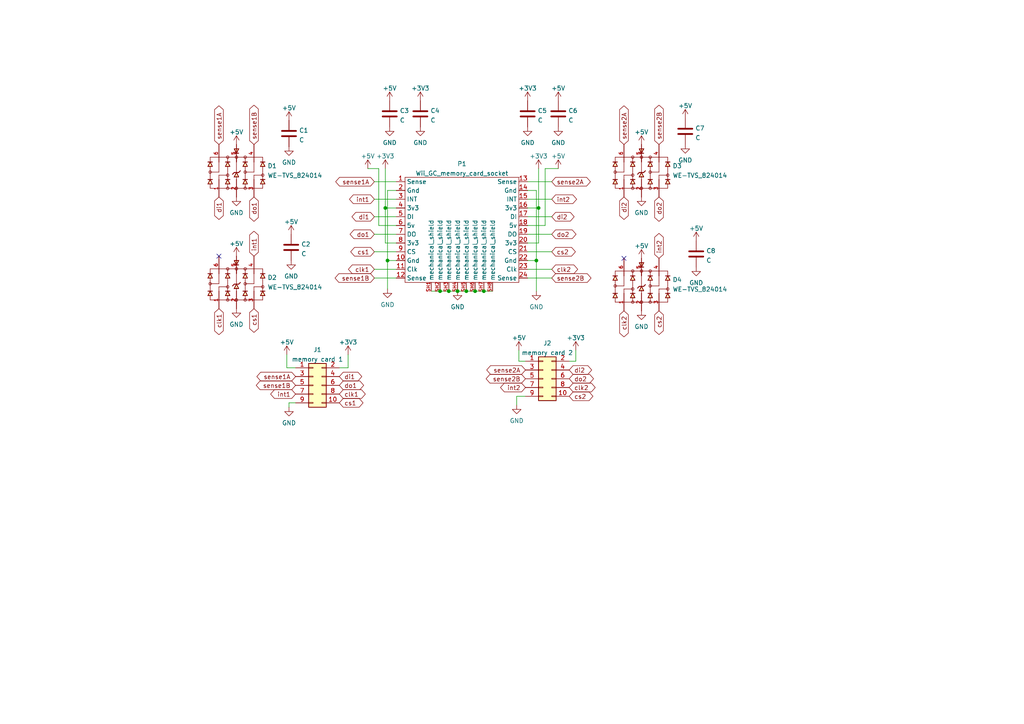
<source format=kicad_sch>
(kicad_sch (version 20211123) (generator eeschema)
  (paper "A4")
  (lib_symbols
    (symbol "Connector_Generic:Conn_02x05_Odd_Even" (pin_names (offset 1.016) hide)
      (property "Reference" "J" (at 1.27 7.62 0))
      (property "Value" "Conn_02x05_Odd_Even" (at 1.27 -7.62 0))
      (symbol "Conn_02x05_Odd_Even_1_1"
        (rectangle (start -1.27 -4.953) (end 0 -5.207) (stroke (width 0.1524)))
        (rectangle (start -1.27 -2.413) (end 0 -2.667) (stroke (width 0.1524)))
        (rectangle (start -1.27 0.127) (end 0 -0.127) (stroke (width 0.1524)))
        (rectangle (start -1.27 2.667) (end 0 2.413) (stroke (width 0.1524)))
        (rectangle (start -1.27 5.207) (end 0 4.953) (stroke (width 0.1524)))
        (rectangle (start -1.27 6.35) (end 3.81 -6.35) (stroke (width 0.254)) (fill (type background)))
        (rectangle (start 3.81 -4.953) (end 2.54 -5.207) (stroke (width 0.1524)))
        (rectangle (start 3.81 -2.413) (end 2.54 -2.667) (stroke (width 0.1524)))
        (rectangle (start 3.81 0.127) (end 2.54 -0.127) (stroke (width 0.1524)))
        (rectangle (start 3.81 2.667) (end 2.54 2.413) (stroke (width 0.1524)))
        (rectangle (start 3.81 5.207) (end 2.54 4.953) (stroke (width 0.1524)))
        (pin passive line (at -5.08 5.08 0) (length 3.81) (name "Pin_1") (number "1"))
        (pin passive line (at 7.62 -5.08 180) (length 3.81) (name "Pin_10") (number "10"))
        (pin passive line (at 7.62 5.08 180) (length 3.81) (name "Pin_2") (number "2"))
        (pin passive line (at -5.08 2.54 0) (length 3.81) (name "Pin_3") (number "3"))
        (pin passive line (at 7.62 2.54 180) (length 3.81) (name "Pin_4") (number "4"))
        (pin passive line (at -5.08 0 0) (length 3.81) (name "Pin_5") (number "5"))
        (pin passive line (at 7.62 0 180) (length 3.81) (name "Pin_6") (number "6"))
        (pin passive line (at -5.08 -2.54 0) (length 3.81) (name "Pin_7") (number "7"))
        (pin passive line (at 7.62 -2.54 180) (length 3.81) (name "Pin_8") (number "8"))
        (pin passive line (at -5.08 -5.08 0) (length 3.81) (name "Pin_9") (number "9"))
      )
    )
    (symbol "Device:C" (pin_numbers hide) (pin_names (offset 0.254))
      (property "Reference" "C" (at 0.635 2.54 0))
      (property "Value" "C" (at 0.635 -2.54 0))
      (symbol "C_0_1"
        (polyline (pts (xy -2.032 -0.762) (xy 2.032 -0.762)) (stroke (width 0.508)))
        (polyline (pts (xy -2.032 0.762) (xy 2.032 0.762)) (stroke (width 0.508)))
      )
      (symbol "C_1_1"
        (pin passive line (at 0 3.81 270) (length 2.794) (name "~") (number "1"))
        (pin passive line (at 0 -3.81 90) (length 2.794) (name "~") (number "2"))
      )
    )
    (symbol "Evan's misc parts:WE-TVS_824014" (pin_names (offset 1.016) hide)
      (property "Reference" "D" (at -10.16 -5.08 90))
      (property "Value" "WE-TVS_824014" (at 12.7 -5.08 90))
      (symbol "WE-TVS_824014_0_0"
        (circle (center -7.62 -0.381) (radius 0.381))
        (circle (center -2.54 -5.08) (radius 0.381))
        (circle (center -2.54 -1.27) (radius 0.381))
        (circle (center -2.54 3.937) (radius 0.381))
        (circle (center 0 -5.08) (radius 0.381))
        (polyline (pts (xy -8.255 -2.54) (xy -6.985 -2.54)) (stroke (width 0.254)))
        (polyline (pts (xy -8.255 2.54) (xy -6.985 2.54)) (stroke (width 0.254)))
        (polyline (pts (xy -7.62 -5.08) (xy -7.62 -3.81)) (stroke (width 0.1524)))
        (polyline (pts (xy -7.62 -5.08) (xy -2.54 -5.08)) (stroke (width 0.1524)))
        (polyline (pts (xy -7.62 -0.381) (xy -7.62 -2.413)) (stroke (width 0.1524)))
        (polyline (pts (xy -7.62 -0.381) (xy -5.08 -0.381)) (stroke (width 0.1524)))
        (polyline (pts (xy -7.62 1.27) (xy -7.62 -0.381)) (stroke (width 0.1524)))
        (polyline (pts (xy -7.62 2.667) (xy -7.62 3.937)) (stroke (width 0.1524)))
        (polyline (pts (xy -7.62 3.937) (xy -2.54 3.937)) (stroke (width 0.1524)))
        (polyline (pts (xy -5.08 -1.27) (xy -5.08 -2.54)) (stroke (width 0.1524)))
        (polyline (pts (xy -5.08 -0.381) (xy -5.08 2.54)) (stroke (width 0.1524)))
        (polyline (pts (xy -3.175 -2.54) (xy -1.905 -2.54)) (stroke (width 0.254)))
        (polyline (pts (xy -3.175 2.54) (xy -1.905 2.54)) (stroke (width 0.254)))
        (polyline (pts (xy -2.54 -5.08) (xy -2.54 -3.81)) (stroke (width 0.1524)))
        (polyline (pts (xy -2.54 -5.08) (xy 2.54 -5.08)) (stroke (width 0.1524)))
        (polyline (pts (xy -2.54 -1.27) (xy -5.08 -1.27)) (stroke (width 0.1524)))
        (polyline (pts (xy -2.54 -1.27) (xy -2.54 -2.413)) (stroke (width 0.1524)))
        (polyline (pts (xy -2.54 1.27) (xy -2.54 -1.27)) (stroke (width 0.1524)))
        (polyline (pts (xy -2.54 3.937) (xy -2.54 2.667)) (stroke (width 0.1524)))
        (polyline (pts (xy -2.54 3.937) (xy 0 3.937)) (stroke (width 0.1524)))
        (polyline (pts (xy -0.635 -0.508) (xy -1.143 -1.016)) (stroke (width 0.254)))
        (polyline (pts (xy -0.635 -0.508) (xy 0 -0.508)) (stroke (width 0.254)))
        (polyline (pts (xy 0 -2.54) (xy 0 -1.524)) (stroke (width 0.1524)))
        (polyline (pts (xy 0 -0.508) (xy 0.635 -0.508)) (stroke (width 0.254)))
        (polyline (pts (xy 0 3.937) (xy 0 -0.508)) (stroke (width 0.1524)))
        (polyline (pts (xy 0 3.937) (xy 2.54 3.937)) (stroke (width 0.1524)))
        (polyline (pts (xy 0.635 -0.508) (xy 1.143 0)) (stroke (width 0.254)))
        (polyline (pts (xy 0.635 5.08) (xy -0.635 5.08)) (stroke (width 0.254)))
        (polyline (pts (xy 1.905 -2.54) (xy 3.175 -2.54)) (stroke (width 0.254)))
        (polyline (pts (xy 1.905 2.54) (xy 3.175 2.54)) (stroke (width 0.254)))
        (polyline (pts (xy 2.54 -5.08) (xy 7.62 -5.08)) (stroke (width 0.1524)))
        (polyline (pts (xy 2.54 -3.81) (xy 2.54 -5.08)) (stroke (width 0.1524)))
        (polyline (pts (xy 2.54 -0.381) (xy 2.54 -2.413)) (stroke (width 0.1524)))
        (polyline (pts (xy 2.54 -0.381) (xy 5.08 -0.381)) (stroke (width 0.1524)))
        (polyline (pts (xy 2.54 1.27) (xy 2.54 -0.381)) (stroke (width 0.1524)))
        (polyline (pts (xy 2.54 3.937) (xy 2.54 2.667)) (stroke (width 0.1524)))
        (polyline (pts (xy 2.54 3.937) (xy 7.62 3.937)) (stroke (width 0.1524)))
        (polyline (pts (xy 5.08 -1.27) (xy 5.08 -2.54)) (stroke (width 0.1524)))
        (polyline (pts (xy 5.08 -0.381) (xy 5.08 2.54)) (stroke (width 0.1524)))
        (polyline (pts (xy 6.985 -2.54) (xy 8.255 -2.54)) (stroke (width 0.254)))
        (polyline (pts (xy 6.985 2.54) (xy 8.255 2.54)) (stroke (width 0.254)))
        (polyline (pts (xy 7.62 -5.08) (xy 7.62 -3.81)) (stroke (width 0.1524)))
        (polyline (pts (xy 7.62 -1.27) (xy 5.08 -1.27)) (stroke (width 0.1524)))
        (polyline (pts (xy 7.62 -1.27) (xy 7.62 -2.413)) (stroke (width 0.1524)))
        (polyline (pts (xy 7.62 1.27) (xy 7.62 -1.27)) (stroke (width 0.1524)))
        (polyline (pts (xy 7.62 2.667) (xy 7.62 3.937)) (stroke (width 0.1524)))
        (polyline (pts (xy -8.255 -3.81) (xy -7.62 -2.54) (xy -6.985 -3.81) (xy -8.255 -3.81)) (stroke (width 0.254)) (fill (type background)))
        (polyline (pts (xy -8.255 1.27) (xy -7.62 2.54) (xy -6.985 1.27) (xy -8.255 1.27)) (stroke (width 0.254)) (fill (type background)))
        (polyline (pts (xy -3.175 -3.81) (xy -2.54 -2.54) (xy -1.905 -3.81) (xy -3.175 -3.81)) (stroke (width 0.254)) (fill (type background)))
        (polyline (pts (xy -3.175 1.27) (xy -2.54 2.54) (xy -1.905 1.27) (xy -3.175 1.27)) (stroke (width 0.254)) (fill (type background)))
        (polyline (pts (xy -0.635 -1.778) (xy 0 -0.508) (xy 0.635 -1.778) (xy -0.635 -1.778)) (stroke (width 0.254)) (fill (type background)))
        (polyline (pts (xy 0.635 6.35) (xy 0 5.08) (xy -0.635 6.35) (xy 0.635 6.35)) (stroke (width 0.254)) (fill (type background)))
        (polyline (pts (xy 1.905 -3.81) (xy 2.54 -2.54) (xy 3.175 -3.81) (xy 1.905 -3.81)) (stroke (width 0.254)) (fill (type background)))
        (polyline (pts (xy 1.905 1.27) (xy 2.54 2.54) (xy 3.175 1.27) (xy 1.905 1.27)) (stroke (width 0.254)) (fill (type background)))
        (polyline (pts (xy 6.985 -3.81) (xy 7.62 -2.54) (xy 8.255 -3.81) (xy 6.985 -3.81)) (stroke (width 0.254)) (fill (type background)))
        (polyline (pts (xy 6.985 1.27) (xy 7.62 2.54) (xy 8.255 1.27) (xy 6.985 1.27)) (stroke (width 0.254)) (fill (type background)))
        (circle (center 0 3.937) (radius 0.381))
        (circle (center 2.54 -5.08) (radius 0.381))
        (circle (center 2.54 -0.381) (radius 0.381))
        (circle (center 2.54 3.937) (radius 0.381))
        (circle (center 7.62 -1.27) (radius 0.381))
        (pin passive line (at -5.08 -7.62 90) (length 5.08) (name "~") (number "1"))
        (pin power_in line (at 0 -7.62 90) (length 5.08) (name "~") (number "2"))
        (pin passive line (at 5.08 -7.62 90) (length 5.08) (name "~") (number "3"))
        (pin passive line (at 5.08 7.62 270) (length 5.08) (name "~") (number "4"))
        (pin power_in line (at 0 7.62 270) (length 5.08) (name "~") (number "5"))
        (pin passive line (at -5.08 7.62 270) (length 5.08) (name "~") (number "6"))
      )
    )
    (symbol "Evan's misc parts:Wii_GC_memory_card_socket"
      (property "Reference" "P" (at 15.875 -4.445 0))
      (property "Value" "Wii_GC_memory_card_socket" (at 18.415 2.54 0))
      (symbol "Wii_GC_memory_card_socket_0_1"
        (rectangle (start 2.54 1.27) (end 35.56 -29.21) (stroke (width 0.1524)))
      )
      (symbol "Wii_GC_memory_card_socket_1_1"
        (pin bidirectional line (at 0 0 0) (length 2.54) (name "Sense") (number "1"))
        (pin power_in line (at 0 -22.86 0) (length 2.54) (name "Gnd") (number "10"))
        (pin input line (at 0 -25.4 0) (length 2.54) (name "Clk") (number "11"))
        (pin bidirectional line (at 0 -27.94 0) (length 2.54) (name "Sense") (number "12"))
        (pin bidirectional line (at 38.1 0 180) (length 2.54) (name "Sense") (number "13"))
        (pin power_in line (at 38.1 -2.54 180) (length 2.54) (name "Gnd") (number "14"))
        (pin output line (at 38.1 -5.08 180) (length 2.54) (name "INT") (number "15"))
        (pin power_in line (at 38.1 -7.62 180) (length 2.54) (name "3v3") (number "16"))
        (pin input line (at 38.1 -10.16 180) (length 2.54) (name "DI") (number "17"))
        (pin power_in line (at 38.1 -12.7 180) (length 2.54) (name "5v") (number "18"))
        (pin output line (at 38.1 -15.24 180) (length 2.54) (name "DO") (number "19"))
        (pin power_in line (at 0 -2.54 0) (length 2.54) (name "Gnd") (number "2"))
        (pin power_in line (at 38.1 -17.78 180) (length 2.54) (name "3v3") (number "20"))
        (pin input line (at 38.1 -20.32 180) (length 2.54) (name "CS") (number "21"))
        (pin power_in line (at 38.1 -22.86 180) (length 2.54) (name "Gnd") (number "22"))
        (pin input line (at 38.1 -25.4 180) (length 2.54) (name "Clk") (number "23"))
        (pin bidirectional line (at 38.1 -27.94 180) (length 2.54) (name "Sense") (number "24"))
        (pin output line (at 0 -5.08 0) (length 2.54) (name "INT") (number "3"))
        (pin power_in line (at 0 -7.62 0) (length 2.54) (name "3v3") (number "4"))
        (pin input line (at 0 -10.16 0) (length 2.54) (name "DI") (number "5"))
        (pin power_in line (at 0 -12.7 0) (length 2.54) (name "5v") (number "6"))
        (pin output line (at 0 -15.24 0) (length 2.54) (name "DO") (number "7"))
        (pin power_in line (at 0 -17.78 0) (length 2.54) (name "3v3") (number "8"))
        (pin input line (at 0 -20.32 0) (length 2.54) (name "CS") (number "9"))
        (pin passive line (at 10.16 -31.75 90) (length 2.54) (name "mechanical_shield") (number "SH1"))
        (pin passive line (at 12.7 -31.75 90) (length 2.54) (name "mechanical_shield") (number "SH2"))
        (pin passive line (at 15.24 -31.75 90) (length 2.54) (name "mechanical_shield") (number "SH3"))
        (pin passive line (at 17.78 -31.75 90) (length 2.54) (name "mechanical_shield") (number "SH4"))
        (pin passive line (at 20.32 -31.75 90) (length 2.54) (name "mechanical_shield") (number "SH5"))
        (pin passive line (at 22.86 -31.75 90) (length 2.54) (name "mechanical_shield") (number "SH6"))
        (pin passive line (at 25.4 -31.75 90) (length 2.54) (name "mechanical_shield") (number "SH7"))
        (pin passive line (at 27.94 -31.75 90) (length 2.54) (name "mechanical_shield") (number "SH8"))
      )
    )
    (symbol "power:+3.3V" (power) (pin_names (offset 0))
      (property "Value" "+3.3V" (at 0 3.556 0))
      (symbol "+3.3V_0_1"
        (polyline (pts (xy -0.762 1.27) (xy 0 2.54)))
        (polyline (pts (xy 0 0) (xy 0 2.54)))
        (polyline (pts (xy 0 2.54) (xy 0.762 1.27)))
      )
      (symbol "+3.3V_1_1"
        (pin power_in line (at 0 0 90) (length 0) hide (name "+3V3") (number "1"))
      )
    )
    (symbol "power:+5V" (power) (pin_names (offset 0))
      (property "Value" "+5V" (at 0 3.556 0))
      (symbol "+5V_0_1"
        (polyline (pts (xy -0.762 1.27) (xy 0 2.54)))
        (polyline (pts (xy 0 0) (xy 0 2.54)))
        (polyline (pts (xy 0 2.54) (xy 0.762 1.27)))
      )
      (symbol "+5V_1_1"
        (pin power_in line (at 0 0 90) (length 0) hide (name "+5V") (number "1"))
      )
    )
    (symbol "power:GND" (power) (pin_names (offset 0))
      (property "Value" "GND" (at 0 -3.81 0))
      (symbol "GND_0_1"
        (polyline (pts (xy 0 0) (xy 0 -1.27) (xy 1.27 -1.27) (xy 0 -2.54) (xy -1.27 -1.27) (xy 0 -1.27)))
      )
      (symbol "GND_1_1"
        (pin power_in line (at 0 0 270) (length 0) hide (name "GND") (number "1"))
      )
    )
  )
  (junction (at 156.21 60.325))
  (junction (at 155.575 75.565))
  (junction (at 130.175 84.455))
  (junction (at 135.255 84.455))
  (junction (at 111.76 60.325))
  (junction (at 127.635 84.455))
  (junction (at 132.715 84.455))
  (junction (at 137.795 84.455))
  (junction (at 140.335 84.455))
  (junction (at 112.395 75.565))
  (no_connect (at 180.975 74.93))
  (no_connect (at 63.5 74.295))
  (wire (pts (xy 153.035 67.945) (xy 160.02 67.945)))
  (wire (pts (xy 125.095 84.455) (xy 127.635 84.455)))
  (wire (pts (xy 130.175 84.455) (xy 132.715 84.455)))
  (wire (pts (xy 158.115 65.405) (xy 153.035 65.405)))
  (wire (pts (xy 153.035 60.325) (xy 156.21 60.325)))
  (wire (pts (xy 153.035 55.245) (xy 155.575 55.245)))
  (wire (pts (xy 153.035 70.485) (xy 156.21 70.485)))
  (wire (pts (xy 109.855 48.895) (xy 106.68 48.895)))
  (wire (pts (xy 83.185 106.68) (xy 85.725 106.68)))
  (wire (pts (xy 135.255 84.455) (xy 137.795 84.455)))
  (wire (pts (xy 98.425 106.68) (xy 100.965 106.68)))
  (wire (pts (xy 112.395 75.565) (xy 112.395 83.82)))
  (wire (pts (xy 155.575 75.565) (xy 155.575 84.455)))
  (wire (pts (xy 109.855 65.405) (xy 114.935 65.405)))
  (wire (pts (xy 149.86 117.475) (xy 149.86 114.935)))
  (wire (pts (xy 108.585 62.865) (xy 114.935 62.865)))
  (wire (pts (xy 158.115 48.895) (xy 161.925 48.895)))
  (wire (pts (xy 140.335 84.455) (xy 142.875 84.455)))
  (wire (pts (xy 153.035 62.865) (xy 160.02 62.865)))
  (wire (pts (xy 108.585 73.025) (xy 114.935 73.025)))
  (wire (pts (xy 108.585 67.945) (xy 114.935 67.945)))
  (wire (pts (xy 83.82 118.11) (xy 83.82 116.84)))
  (wire (pts (xy 156.21 70.485) (xy 156.21 60.325)))
  (wire (pts (xy 137.795 84.455) (xy 140.335 84.455)))
  (wire (pts (xy 109.855 48.895) (xy 109.855 65.405)))
  (wire (pts (xy 167.005 104.775) (xy 167.005 101.6)))
  (wire (pts (xy 132.715 84.455) (xy 135.255 84.455)))
  (wire (pts (xy 112.395 75.565) (xy 112.395 55.245)))
  (wire (pts (xy 150.495 104.775) (xy 152.4 104.775)))
  (wire (pts (xy 153.035 78.105) (xy 160.02 78.105)))
  (wire (pts (xy 108.585 78.105) (xy 114.935 78.105)))
  (wire (pts (xy 114.935 70.485) (xy 111.76 70.485)))
  (wire (pts (xy 153.035 80.645) (xy 160.02 80.645)))
  (wire (pts (xy 83.185 106.68) (xy 83.185 102.87)))
  (wire (pts (xy 153.035 57.785) (xy 160.02 57.785)))
  (wire (pts (xy 108.585 52.705) (xy 114.935 52.705)))
  (wire (pts (xy 108.585 80.645) (xy 114.935 80.645)))
  (wire (pts (xy 112.395 55.245) (xy 114.935 55.245)))
  (wire (pts (xy 158.115 48.895) (xy 158.115 65.405)))
  (wire (pts (xy 156.21 60.325) (xy 156.21 48.895)))
  (wire (pts (xy 153.035 73.025) (xy 160.02 73.025)))
  (wire (pts (xy 111.76 48.895) (xy 111.76 60.325)))
  (wire (pts (xy 111.76 70.485) (xy 111.76 60.325)))
  (wire (pts (xy 100.965 106.68) (xy 100.965 102.87)))
  (wire (pts (xy 155.575 55.245) (xy 155.575 75.565)))
  (wire (pts (xy 149.86 114.935) (xy 152.4 114.935)))
  (wire (pts (xy 165.1 104.775) (xy 167.005 104.775)))
  (wire (pts (xy 153.035 52.705) (xy 160.02 52.705)))
  (wire (pts (xy 112.395 75.565) (xy 114.935 75.565)))
  (wire (pts (xy 150.495 101.6) (xy 150.495 104.775)))
  (wire (pts (xy 153.035 75.565) (xy 155.575 75.565)))
  (wire (pts (xy 127.635 84.455) (xy 130.175 84.455)))
  (wire (pts (xy 108.585 57.785) (xy 114.935 57.785)))
  (wire (pts (xy 83.82 116.84) (xy 85.725 116.84)))
  (wire (pts (xy 111.76 60.325) (xy 114.935 60.325)))
  (global_label "int2" (shape bidirectional) (at 191.135 74.93 90) (property "Intersheet References" "${INTERSHEET_REFS}" (effects hide)))
  (global_label "sense2A" (shape bidirectional) (at 180.975 41.91 90) (property "Intersheet References" "${INTERSHEET_REFS}" (effects hide)))
  (global_label "int2" (shape bidirectional) (at 160.02 57.785 0) (property "Intersheet References" "${INTERSHEET_REFS}" (effects hide)))
  (global_label "sense1B" (shape bidirectional) (at 85.725 111.76 180) (property "Intersheet References" "${INTERSHEET_REFS}" (effects hide)))
  (global_label "do2" (shape bidirectional) (at 160.02 67.945 0) (property "Intersheet References" "${INTERSHEET_REFS}" (effects hide)))
  (global_label "cs1" (shape bidirectional) (at 73.66 89.535 270) (property "Intersheet References" "${INTERSHEET_REFS}" (effects hide)))
  (global_label "sense1B" (shape bidirectional) (at 108.585 80.645 180) (property "Intersheet References" "${INTERSHEET_REFS}" (effects hide)))
  (global_label "clk2" (shape bidirectional) (at 160.02 78.105 0) (property "Intersheet References" "${INTERSHEET_REFS}" (effects hide)))
  (global_label "cs2" (shape bidirectional) (at 191.135 90.17 270) (property "Intersheet References" "${INTERSHEET_REFS}" (effects hide)))
  (global_label "do1" (shape bidirectional) (at 98.425 111.76 0) (property "Intersheet References" "${INTERSHEET_REFS}" (effects hide)))
  (global_label "sense2A" (shape bidirectional) (at 152.4 107.315 180) (property "Intersheet References" "${INTERSHEET_REFS}" (effects hide)))
  (global_label "di1" (shape bidirectional) (at 108.585 62.865 180) (property "Intersheet References" "${INTERSHEET_REFS}" (effects hide)))
  (global_label "clk1" (shape bidirectional) (at 63.5 89.535 270) (property "Intersheet References" "${INTERSHEET_REFS}" (effects hide)))
  (global_label "do1" (shape bidirectional) (at 108.585 67.945 180) (property "Intersheet References" "${INTERSHEET_REFS}" (effects hide)))
  (global_label "cs1" (shape bidirectional) (at 108.585 73.025 180) (property "Intersheet References" "${INTERSHEET_REFS}" (effects hide)))
  (global_label "sense2B" (shape bidirectional) (at 191.135 41.91 90) (property "Intersheet References" "${INTERSHEET_REFS}" (effects hide)))
  (global_label "di2" (shape bidirectional) (at 180.975 57.15 270) (property "Intersheet References" "${INTERSHEET_REFS}" (effects hide)))
  (global_label "di1" (shape bidirectional) (at 98.425 109.22 0) (property "Intersheet References" "${INTERSHEET_REFS}" (effects hide)))
  (global_label "int1" (shape bidirectional) (at 73.66 74.295 90) (property "Intersheet References" "${INTERSHEET_REFS}" (effects hide)))
  (global_label "clk2" (shape bidirectional) (at 180.975 90.17 270) (property "Intersheet References" "${INTERSHEET_REFS}" (effects hide)))
  (global_label "int2" (shape bidirectional) (at 152.4 112.395 180) (property "Intersheet References" "${INTERSHEET_REFS}" (effects hide)))
  (global_label "sense2B" (shape bidirectional) (at 152.4 109.855 180) (property "Intersheet References" "${INTERSHEET_REFS}" (effects hide)))
  (global_label "int1" (shape bidirectional) (at 85.725 114.3 180) (property "Intersheet References" "${INTERSHEET_REFS}" (effects hide)))
  (global_label "sense1A" (shape bidirectional) (at 85.725 109.22 180) (property "Intersheet References" "${INTERSHEET_REFS}" (effects hide)))
  (global_label "do1" (shape bidirectional) (at 73.66 57.15 270) (property "Intersheet References" "${INTERSHEET_REFS}" (effects hide)))
  (global_label "clk1" (shape bidirectional) (at 108.585 78.105 180) (property "Intersheet References" "${INTERSHEET_REFS}" (effects hide)))
  (global_label "clk1" (shape bidirectional) (at 98.425 114.3 0) (property "Intersheet References" "${INTERSHEET_REFS}" (effects hide)))
  (global_label "sense2A" (shape bidirectional) (at 160.02 52.705 0) (property "Intersheet References" "${INTERSHEET_REFS}" (effects hide)))
  (global_label "do2" (shape bidirectional) (at 191.135 57.15 270) (property "Intersheet References" "${INTERSHEET_REFS}" (effects hide)))
  (global_label "di2" (shape bidirectional) (at 160.02 62.865 0) (property "Intersheet References" "${INTERSHEET_REFS}" (effects hide)))
  (global_label "sense1B" (shape bidirectional) (at 73.66 41.91 90) (property "Intersheet References" "${INTERSHEET_REFS}" (effects hide)))
  (global_label "cs2" (shape bidirectional) (at 160.02 73.025 0) (property "Intersheet References" "${INTERSHEET_REFS}" (effects hide)))
  (global_label "cs1" (shape bidirectional) (at 98.425 116.84 0) (property "Intersheet References" "${INTERSHEET_REFS}" (effects hide)))
  (global_label "sense2B" (shape bidirectional) (at 160.02 80.645 0) (property "Intersheet References" "${INTERSHEET_REFS}" (effects hide)))
  (global_label "clk2" (shape bidirectional) (at 165.1 112.395 0) (property "Intersheet References" "${INTERSHEET_REFS}" (effects hide)))
  (global_label "sense1A" (shape bidirectional) (at 63.5 41.91 90) (property "Intersheet References" "${INTERSHEET_REFS}" (effects hide)))
  (global_label "cs2" (shape bidirectional) (at 165.1 114.935 0) (property "Intersheet References" "${INTERSHEET_REFS}" (effects hide)))
  (global_label "di1" (shape bidirectional) (at 63.5 57.15 270) (property "Intersheet References" "${INTERSHEET_REFS}" (effects hide)))
  (global_label "do2" (shape bidirectional) (at 165.1 109.855 0) (property "Intersheet References" "${INTERSHEET_REFS}" (effects hide)))
  (global_label "di2" (shape bidirectional) (at 165.1 107.315 0) (property "Intersheet References" "${INTERSHEET_REFS}" (effects hide)))
  (global_label "int1" (shape bidirectional) (at 108.585 57.785 180) (property "Intersheet References" "${INTERSHEET_REFS}" (effects hide)))
  (global_label "sense1A" (shape bidirectional) (at 108.585 52.705 180) (property "Intersheet References" "${INTERSHEET_REFS}" (effects hide)))
  (symbol (lib_id "power:+3.3V") (at 121.92 29.21 0) (unit 1)
    (property "Reference" "#PWR0122" (effects hide))
    (property "Value" "+3.3V" (at 121.92 25.6055 0))
  )
  (symbol (lib_id "Device:C") (at 161.925 33.02 0) (unit 1)
    (property "Reference" "C6" (at 164.846 32.1115 0) (effects (justify left)))
    (property "Value" "C" (at 164.846 34.8866 0) (effects (justify left)))
    (property "Footprint" "Capacitor_SMD:C_0603_1608Metric" (effects hide))
  )
  (symbol (lib_id "Evan's misc parts:WE-TVS_824014") (at 68.58 81.915 0) (unit 1)
    (property "Reference" "D2" (at 77.597 80.4985 0) (effects (justify left)))
    (property "Value" "WE-TVS_824014" (at 77.597 83.2736 0) (effects (justify left)))
    (property "Footprint" "Evan's misc parts:WE-TVS_SOT23-6L" (effects hide))
  )
  (symbol (lib_id "power:+5V") (at 68.58 74.295 0) (unit 1)
    (property "Reference" "#PWR0115" (effects hide))
    (property "Value" "+5V" (at 68.58 70.6905 0))
  )
  (symbol (lib_id "Evan's misc parts:WE-TVS_824014") (at 186.055 82.55 0) (unit 1)
    (property "Reference" "D4" (at 195.072 81.1335 0) (effects (justify left)))
    (property "Value" "WE-TVS_824014" (at 195.072 83.9086 0) (effects (justify left)))
    (property "Footprint" "Evan's misc parts:WE-TVS_SOT23-6L" (effects hide))
  )
  (symbol (lib_id "power:GND") (at 84.455 75.565 0) (unit 1)
    (property "Reference" "#PWR0129" (effects hide))
    (property "Value" "GND" (at 84.455 80.1275 0))
  )
  (symbol (lib_id "Evan's misc parts:WE-TVS_824014") (at 68.58 49.53 0) (unit 1)
    (property "Reference" "D1" (at 77.597 48.1135 0) (effects (justify left)))
    (property "Value" "WE-TVS_824014" (at 77.597 50.8886 0) (effects (justify left)))
    (property "Footprint" "Evan's misc parts:WE-TVS_SOT23-6L" (effects hide))
  )
  (symbol (lib_id "power:GND") (at 68.58 57.15 0) (unit 1)
    (property "Reference" "#PWR0113" (effects hide))
    (property "Value" "GND" (at 68.58 61.7125 0))
  )
  (symbol (lib_id "power:+5V") (at 84.455 67.945 0) (unit 1)
    (property "Reference" "#PWR0112" (effects hide))
    (property "Value" "+5V" (at 84.455 64.3405 0))
  )
  (symbol (lib_id "Device:C") (at 121.92 33.02 0) (unit 1)
    (property "Reference" "C4" (at 124.841 32.1115 0) (effects (justify left)))
    (property "Value" "C" (at 124.841 34.8866 0) (effects (justify left)))
    (property "Footprint" "Capacitor_SMD:C_0603_1608Metric" (effects hide))
  )
  (symbol (lib_id "power:GND") (at 201.93 77.47 0) (unit 1)
    (property "Reference" "#PWR0133" (effects hide))
    (property "Value" "GND" (at 201.93 82.0325 0))
  )
  (symbol (lib_id "power:+3.3V") (at 111.76 48.895 0) (unit 1)
    (property "Reference" "#PWR0107" (effects hide))
    (property "Value" "+3.3V" (at 111.76 45.2905 0))
  )
  (symbol (lib_id "power:GND") (at 186.055 57.15 0) (unit 1)
    (property "Reference" "#PWR0137" (effects hide))
    (property "Value" "GND" (at 186.055 61.7125 0))
  )
  (symbol (lib_id "power:GND") (at 198.755 41.91 0) (unit 1)
    (property "Reference" "#PWR0136" (effects hide))
    (property "Value" "GND" (at 198.755 46.4725 0))
  )
  (symbol (lib_id "power:GND") (at 132.715 84.455 0) (unit 1)
    (property "Reference" "#PWR0101" (effects hide))
    (property "Value" "GND" (at 132.715 89.0175 0))
  )
  (symbol (lib_id "power:+3.3V") (at 153.035 29.21 0) (unit 1)
    (property "Reference" "#PWR0120" (effects hide))
    (property "Value" "+3.3V" (at 153.035 25.6055 0))
  )
  (symbol (lib_id "power:+5V") (at 83.82 34.925 0) (unit 1)
    (property "Reference" "#PWR0110" (effects hide))
    (property "Value" "+5V" (at 83.82 31.3205 0))
  )
  (symbol (lib_id "power:GND") (at 155.575 84.455 0) (unit 1)
    (property "Reference" "#PWR0104" (effects hide))
    (property "Value" "GND" (at 155.575 89.0175 0))
  )
  (symbol (lib_id "power:+5V") (at 150.495 101.6 0) (unit 1)
    (property "Reference" "#PWR0106" (effects hide))
    (property "Value" "+5V" (at 150.495 97.9955 0))
  )
  (symbol (lib_id "Device:C") (at 83.82 38.735 0) (unit 1)
    (property "Reference" "C1" (at 86.741 37.8265 0) (effects (justify left)))
    (property "Value" "C" (at 86.741 40.6016 0) (effects (justify left)))
    (property "Footprint" "Capacitor_SMD:C_0603_1608Metric" (effects hide))
  )
  (symbol (lib_id "power:+5V") (at 106.68 48.895 0) (unit 1)
    (property "Reference" "#PWR0108" (effects hide))
    (property "Value" "+5V" (at 106.68 45.2905 0))
  )
  (symbol (lib_id "power:GND") (at 186.055 90.17 0) (unit 1)
    (property "Reference" "#PWR0102" (effects hide))
    (property "Value" "GND" (at 186.055 94.7325 0))
  )
  (symbol (lib_id "power:+5V") (at 161.925 48.895 0) (unit 1)
    (property "Reference" "#PWR0116" (effects hide))
    (property "Value" "+5V" (at 161.925 45.2905 0))
  )
  (symbol (lib_id "power:GND") (at 68.58 89.535 0) (unit 1)
    (property "Reference" "#PWR0130" (effects hide))
    (property "Value" "GND" (at 68.58 94.0975 0))
  )
  (symbol (lib_id "power:GND") (at 149.86 117.475 0) (unit 1)
    (property "Reference" "#PWR0103" (effects hide))
    (property "Value" "GND" (at 149.86 122.0375 0))
  )
  (symbol (lib_id "power:+5V") (at 113.03 29.21 0) (unit 1)
    (property "Reference" "#PWR0123" (effects hide))
    (property "Value" "+5V" (at 113.03 25.6055 0))
  )
  (symbol (lib_id "Device:C") (at 153.035 33.02 0) (unit 1)
    (property "Reference" "C5" (at 155.956 32.1115 0) (effects (justify left)))
    (property "Value" "C" (at 155.956 34.8866 0) (effects (justify left)))
    (property "Footprint" "Capacitor_SMD:C_0603_1608Metric" (effects hide))
  )
  (symbol (lib_id "Evan's misc parts:Wii_GC_memory_card_socket") (at 114.935 52.705 0) (unit 1)
    (property "Reference" "P1" (at 133.985 47.5193 0))
    (property "Value" "Wii_GC_memory_card_socket" (at 133.985 50.2944 0))
    (property "Footprint" "Evan's misc parts:Wii GC memory card socket" (effects hide))
  )
  (symbol (lib_id "power:+5V") (at 198.755 34.29 0) (unit 1)
    (property "Reference" "#PWR0132" (effects hide))
    (property "Value" "+5V" (at 198.755 30.6855 0))
  )
  (symbol (lib_id "Device:C") (at 84.455 71.755 0) (unit 1)
    (property "Reference" "C2" (at 87.376 70.8465 0) (effects (justify left)))
    (property "Value" "C" (at 87.376 73.6216 0) (effects (justify left)))
    (property "Footprint" "Capacitor_SMD:C_0603_1608Metric" (effects hide))
  )
  (symbol (lib_id "Device:C") (at 201.93 73.66 0) (unit 1)
    (property "Reference" "C8" (at 204.851 72.7515 0) (effects (justify left)))
    (property "Value" "C" (at 204.851 75.5266 0) (effects (justify left)))
    (property "Footprint" "Capacitor_SMD:C_0603_1608Metric" (effects hide))
  )
  (symbol (lib_id "power:+5V") (at 83.185 102.87 0) (unit 1)
    (property "Reference" "#PWR0127" (effects hide))
    (property "Value" "+5V" (at 83.185 99.2655 0))
  )
  (symbol (lib_id "power:+5V") (at 201.93 69.85 0) (unit 1)
    (property "Reference" "#PWR0134" (effects hide))
    (property "Value" "+5V" (at 201.93 66.2455 0))
  )
  (symbol (lib_id "Connector_Generic:Conn_02x05_Odd_Even") (at 157.48 109.855 0) (unit 1)
    (property "Reference" "J2" (at 158.75 99.5385 0))
    (property "Value" "memory card 2" (at 158.75 102.3136 0))
    (property "Footprint" "Connector_PinHeader_2.54mm:PinHeader_2x05_P2.54mm_Vertical" (effects hide))
  )
  (symbol (lib_id "power:GND") (at 112.395 83.82 0) (unit 1)
    (property "Reference" "#PWR0125" (effects hide))
    (property "Value" "GND" (at 112.395 88.3825 0))
  )
  (symbol (lib_id "Connector_Generic:Conn_02x05_Odd_Even") (at 90.805 111.76 0) (unit 1)
    (property "Reference" "J1" (at 92.075 101.4435 0))
    (property "Value" "memory card 1" (at 92.075 104.2186 0))
    (property "Footprint" "Connector_PinHeader_2.54mm:PinHeader_2x05_P2.54mm_Vertical" (effects hide))
  )
  (symbol (lib_id "power:+3.3V") (at 167.005 101.6 0) (unit 1)
    (property "Reference" "#PWR0105" (effects hide))
    (property "Value" "+3.3V" (at 167.005 97.9955 0))
  )
  (symbol (lib_id "power:+5V") (at 68.58 41.91 0) (unit 1)
    (property "Reference" "#PWR0111" (effects hide))
    (property "Value" "+5V" (at 68.58 38.3055 0))
  )
  (symbol (lib_id "power:+3.3V") (at 100.965 102.87 0) (unit 1)
    (property "Reference" "#PWR0126" (effects hide))
    (property "Value" "+3.3V" (at 100.965 99.2655 0))
  )
  (symbol (lib_id "power:GND") (at 153.035 36.83 0) (unit 1)
    (property "Reference" "#PWR0119" (effects hide))
    (property "Value" "GND" (at 153.035 41.3925 0))
  )
  (symbol (lib_id "power:+5V") (at 161.925 29.21 0) (unit 1)
    (property "Reference" "#PWR0118" (effects hide))
    (property "Value" "+5V" (at 161.925 25.6055 0))
  )
  (symbol (lib_id "power:+3.3V") (at 156.21 48.895 0) (unit 1)
    (property "Reference" "#PWR0117" (effects hide))
    (property "Value" "+3.3V" (at 156.21 45.2905 0))
  )
  (symbol (lib_id "power:GND") (at 121.92 36.83 0) (unit 1)
    (property "Reference" "#PWR0124" (effects hide))
    (property "Value" "GND" (at 121.92 41.3925 0))
  )
  (symbol (lib_id "power:GND") (at 83.82 42.545 0) (unit 1)
    (property "Reference" "#PWR0114" (effects hide))
    (property "Value" "GND" (at 83.82 47.1075 0))
  )
  (symbol (lib_id "power:+5V") (at 186.055 74.93 0) (unit 1)
    (property "Reference" "#PWR0135" (effects hide))
    (property "Value" "+5V" (at 186.055 71.3255 0))
  )
  (symbol (lib_id "power:GND") (at 161.925 36.83 0) (unit 1)
    (property "Reference" "#PWR0121" (effects hide))
    (property "Value" "GND" (at 161.925 41.3925 0))
  )
  (symbol (lib_id "Device:C") (at 113.03 33.02 0) (unit 1)
    (property "Reference" "C3" (at 115.951 32.1115 0) (effects (justify left)))
    (property "Value" "C" (at 115.951 34.8866 0) (effects (justify left)))
    (property "Footprint" "Capacitor_SMD:C_0603_1608Metric" (effects hide))
  )
  (symbol (lib_id "power:+5V") (at 186.055 41.91 0) (unit 1)
    (property "Reference" "#PWR0131" (effects hide))
    (property "Value" "+5V" (at 186.055 38.3055 0))
  )
  (symbol (lib_id "power:GND") (at 113.03 36.83 0) (unit 1)
    (property "Reference" "#PWR0109" (effects hide))
    (property "Value" "GND" (at 113.03 41.3925 0))
  )
  (symbol (lib_id "Device:C") (at 198.755 38.1 0) (unit 1)
    (property "Reference" "C7" (at 201.676 37.1915 0) (effects (justify left)))
    (property "Value" "C" (at 201.676 39.9666 0) (effects (justify left)))
    (property "Footprint" "Capacitor_SMD:C_0603_1608Metric" (effects hide))
  )
  (symbol (lib_id "power:GND") (at 83.82 118.11 0) (unit 1)
    (property "Reference" "#PWR0128" (effects hide))
    (property "Value" "GND" (at 83.82 122.6725 0))
  )
  (symbol (lib_id "Evan's misc parts:WE-TVS_824014") (at 186.055 49.53 0) (unit 1)
    (property "Reference" "D3" (at 195.072 48.1135 0) (effects (justify left)))
    (property "Value" "WE-TVS_824014" (at 195.072 50.8886 0) (effects (justify left)))
    (property "Footprint" "Evan's misc parts:WE-TVS_SOT23-6L" (effects hide))
  )
)
</source>
